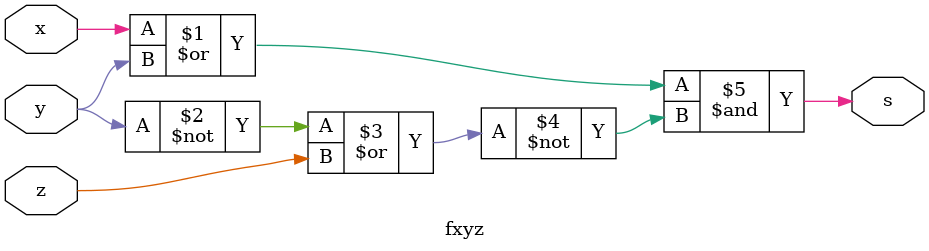
<source format=v>
module fxyz (output s,
input x, y, z);
assign s = (x | y) & ~(~y | z);
endmodule // fxyz

</source>
